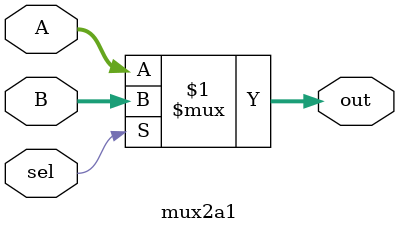
<source format=v>
module mux2a1 (
       input sel,
       input [31:0] A,
       input [31:0] B,
       output [31:0] out
);

    assign out = (sel) ? B : A; 

endmodule

</source>
